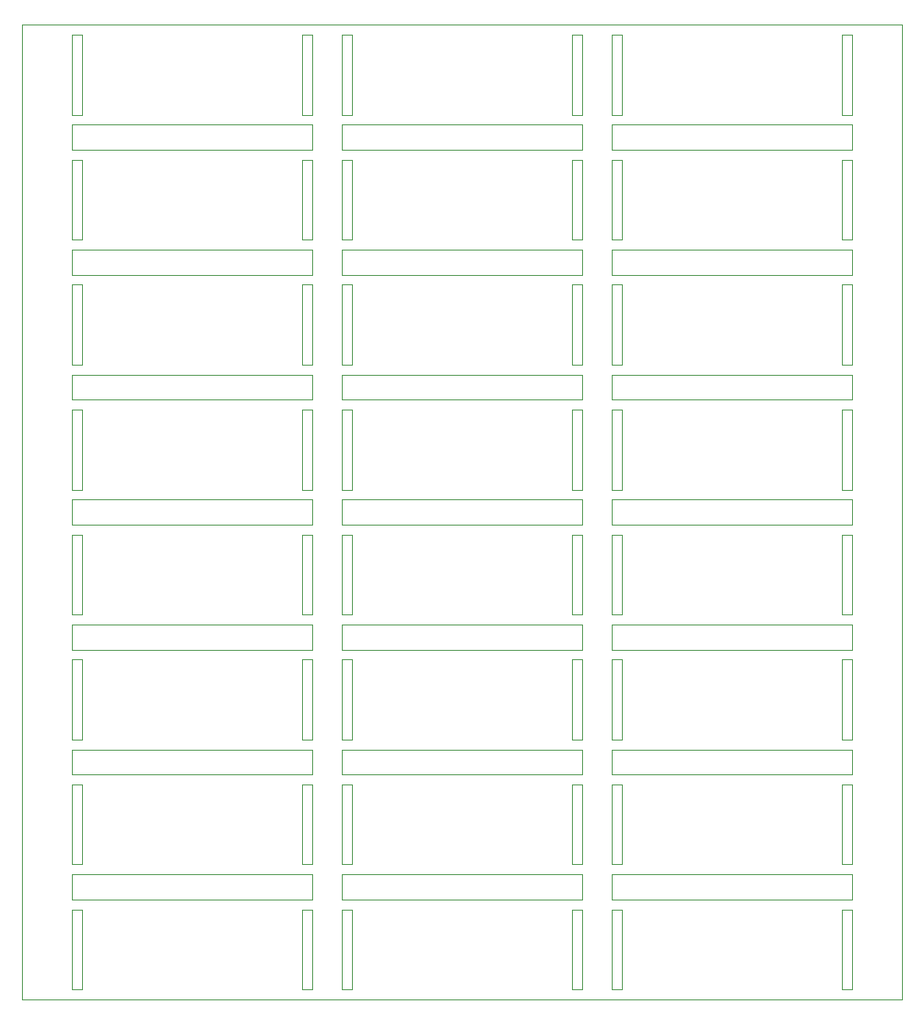
<source format=gm1>
%TF.GenerationSoftware,KiCad,Pcbnew,(5.1.6)-1*%
%TF.CreationDate,2020-09-22T23:51:07+09:00*%
%TF.ProjectId,motordecoder_simple2_rev2_panelize,6d6f746f-7264-4656-936f-6465725f7369,rev?*%
%TF.SameCoordinates,PX459e440PY38444c0*%
%TF.FileFunction,Profile,NP*%
%FSLAX46Y46*%
G04 Gerber Fmt 4.6, Leading zero omitted, Abs format (unit mm)*
G04 Created by KiCad (PCBNEW (5.1.6)-1) date 2020-09-22 23:51:07*
%MOMM*%
%LPD*%
G01*
G04 APERTURE LIST*
%TA.AperFunction,Profile*%
%ADD10C,0.050000*%
%TD*%
G04 APERTURE END LIST*
D10*
X0Y-97500000D02*
X88000000Y-97500000D01*
X88000000Y0D02*
X88000000Y-97500000D01*
X0Y0D02*
X0Y-97500000D01*
X0Y0D02*
X88000000Y0D01*
X59000000Y-85000000D02*
X83000000Y-85000000D01*
X32000000Y-85000000D02*
X56000000Y-85000000D01*
X5000000Y-85000000D02*
X29000000Y-85000000D01*
X59000000Y-72500000D02*
X83000000Y-72500000D01*
X32000000Y-72500000D02*
X56000000Y-72500000D01*
X5000000Y-72500000D02*
X29000000Y-72500000D01*
X59000000Y-60000000D02*
X83000000Y-60000000D01*
X32000000Y-60000000D02*
X56000000Y-60000000D01*
X5000000Y-60000000D02*
X29000000Y-60000000D01*
X59000000Y-47500000D02*
X83000000Y-47500000D01*
X32000000Y-47500000D02*
X56000000Y-47500000D01*
X5000000Y-47500000D02*
X29000000Y-47500000D01*
X59000000Y-35000000D02*
X83000000Y-35000000D01*
X32000000Y-35000000D02*
X56000000Y-35000000D01*
X5000000Y-35000000D02*
X29000000Y-35000000D01*
X59000000Y-22500000D02*
X83000000Y-22500000D01*
X32000000Y-22500000D02*
X56000000Y-22500000D01*
X5000000Y-22500000D02*
X29000000Y-22500000D01*
X59000000Y-10000000D02*
X83000000Y-10000000D01*
X32000000Y-10000000D02*
X56000000Y-10000000D01*
X82000000Y-96500000D02*
X82000000Y-88500000D01*
X55000000Y-96500000D02*
X55000000Y-88500000D01*
X28000000Y-96500000D02*
X28000000Y-88500000D01*
X82000000Y-84000000D02*
X82000000Y-76000000D01*
X55000000Y-84000000D02*
X55000000Y-76000000D01*
X28000000Y-84000000D02*
X28000000Y-76000000D01*
X82000000Y-71500000D02*
X82000000Y-63500000D01*
X55000000Y-71500000D02*
X55000000Y-63500000D01*
X28000000Y-71500000D02*
X28000000Y-63500000D01*
X82000000Y-59000000D02*
X82000000Y-51000000D01*
X55000000Y-59000000D02*
X55000000Y-51000000D01*
X28000000Y-59000000D02*
X28000000Y-51000000D01*
X82000000Y-46500000D02*
X82000000Y-38500000D01*
X55000000Y-46500000D02*
X55000000Y-38500000D01*
X28000000Y-46500000D02*
X28000000Y-38500000D01*
X82000000Y-34000000D02*
X82000000Y-26000000D01*
X55000000Y-34000000D02*
X55000000Y-26000000D01*
X28000000Y-34000000D02*
X28000000Y-26000000D01*
X82000000Y-21500000D02*
X82000000Y-13500000D01*
X55000000Y-21500000D02*
X55000000Y-13500000D01*
X28000000Y-21500000D02*
X28000000Y-13500000D01*
X82000000Y-9000000D02*
X82000000Y-1000000D01*
X55000000Y-9000000D02*
X55000000Y-1000000D01*
X83000000Y-87500000D02*
X59000000Y-87500000D01*
X56000000Y-87500000D02*
X32000000Y-87500000D01*
X29000000Y-87500000D02*
X5000000Y-87500000D01*
X83000000Y-75000000D02*
X59000000Y-75000000D01*
X56000000Y-75000000D02*
X32000000Y-75000000D01*
X29000000Y-75000000D02*
X5000000Y-75000000D01*
X83000000Y-62500000D02*
X59000000Y-62500000D01*
X56000000Y-62500000D02*
X32000000Y-62500000D01*
X29000000Y-62500000D02*
X5000000Y-62500000D01*
X83000000Y-50000000D02*
X59000000Y-50000000D01*
X56000000Y-50000000D02*
X32000000Y-50000000D01*
X29000000Y-50000000D02*
X5000000Y-50000000D01*
X83000000Y-37500000D02*
X59000000Y-37500000D01*
X56000000Y-37500000D02*
X32000000Y-37500000D01*
X29000000Y-37500000D02*
X5000000Y-37500000D01*
X83000000Y-25000000D02*
X59000000Y-25000000D01*
X56000000Y-25000000D02*
X32000000Y-25000000D01*
X29000000Y-25000000D02*
X5000000Y-25000000D01*
X83000000Y-12500000D02*
X59000000Y-12500000D01*
X56000000Y-12500000D02*
X32000000Y-12500000D01*
X29000000Y-12500000D02*
X5000000Y-12500000D01*
X60000000Y-88500000D02*
X60000000Y-96500000D01*
X33000000Y-88500000D02*
X33000000Y-96500000D01*
X6000000Y-88500000D02*
X6000000Y-96500000D01*
X60000000Y-76000000D02*
X60000000Y-84000000D01*
X33000000Y-76000000D02*
X33000000Y-84000000D01*
X6000000Y-76000000D02*
X6000000Y-84000000D01*
X60000000Y-63500000D02*
X60000000Y-71500000D01*
X33000000Y-63500000D02*
X33000000Y-71500000D01*
X6000000Y-63500000D02*
X6000000Y-71500000D01*
X60000000Y-51000000D02*
X60000000Y-59000000D01*
X33000000Y-51000000D02*
X33000000Y-59000000D01*
X6000000Y-51000000D02*
X6000000Y-59000000D01*
X60000000Y-38500000D02*
X60000000Y-46500000D01*
X33000000Y-38500000D02*
X33000000Y-46500000D01*
X6000000Y-38500000D02*
X6000000Y-46500000D01*
X60000000Y-26000000D02*
X60000000Y-34000000D01*
X33000000Y-26000000D02*
X33000000Y-34000000D01*
X6000000Y-26000000D02*
X6000000Y-34000000D01*
X60000000Y-13500000D02*
X60000000Y-21500000D01*
X33000000Y-13500000D02*
X33000000Y-21500000D01*
X6000000Y-13500000D02*
X6000000Y-21500000D01*
X60000000Y-1000000D02*
X60000000Y-9000000D01*
X33000000Y-1000000D02*
X33000000Y-9000000D01*
X59000000Y-96500000D02*
X60000000Y-96500000D01*
X32000000Y-96500000D02*
X33000000Y-96500000D01*
X5000000Y-96500000D02*
X6000000Y-96500000D01*
X59000000Y-84000000D02*
X60000000Y-84000000D01*
X32000000Y-84000000D02*
X33000000Y-84000000D01*
X5000000Y-84000000D02*
X6000000Y-84000000D01*
X59000000Y-71500000D02*
X60000000Y-71500000D01*
X32000000Y-71500000D02*
X33000000Y-71500000D01*
X5000000Y-71500000D02*
X6000000Y-71500000D01*
X59000000Y-59000000D02*
X60000000Y-59000000D01*
X32000000Y-59000000D02*
X33000000Y-59000000D01*
X5000000Y-59000000D02*
X6000000Y-59000000D01*
X59000000Y-46500000D02*
X60000000Y-46500000D01*
X32000000Y-46500000D02*
X33000000Y-46500000D01*
X5000000Y-46500000D02*
X6000000Y-46500000D01*
X59000000Y-34000000D02*
X60000000Y-34000000D01*
X32000000Y-34000000D02*
X33000000Y-34000000D01*
X5000000Y-34000000D02*
X6000000Y-34000000D01*
X59000000Y-21500000D02*
X60000000Y-21500000D01*
X32000000Y-21500000D02*
X33000000Y-21500000D01*
X5000000Y-21500000D02*
X6000000Y-21500000D01*
X59000000Y-9000000D02*
X60000000Y-9000000D01*
X32000000Y-9000000D02*
X33000000Y-9000000D01*
X59000000Y-85000000D02*
X59000000Y-87500000D01*
X32000000Y-85000000D02*
X32000000Y-87500000D01*
X5000000Y-85000000D02*
X5000000Y-87500000D01*
X59000000Y-72500000D02*
X59000000Y-75000000D01*
X32000000Y-72500000D02*
X32000000Y-75000000D01*
X5000000Y-72500000D02*
X5000000Y-75000000D01*
X59000000Y-60000000D02*
X59000000Y-62500000D01*
X32000000Y-60000000D02*
X32000000Y-62500000D01*
X5000000Y-60000000D02*
X5000000Y-62500000D01*
X59000000Y-47500000D02*
X59000000Y-50000000D01*
X32000000Y-47500000D02*
X32000000Y-50000000D01*
X5000000Y-47500000D02*
X5000000Y-50000000D01*
X59000000Y-35000000D02*
X59000000Y-37500000D01*
X32000000Y-35000000D02*
X32000000Y-37500000D01*
X5000000Y-35000000D02*
X5000000Y-37500000D01*
X59000000Y-22500000D02*
X59000000Y-25000000D01*
X32000000Y-22500000D02*
X32000000Y-25000000D01*
X5000000Y-22500000D02*
X5000000Y-25000000D01*
X59000000Y-10000000D02*
X59000000Y-12500000D01*
X32000000Y-10000000D02*
X32000000Y-12500000D01*
X59000000Y-88500000D02*
X59000000Y-96500000D01*
X32000000Y-88500000D02*
X32000000Y-96500000D01*
X5000000Y-88500000D02*
X5000000Y-96500000D01*
X59000000Y-76000000D02*
X59000000Y-84000000D01*
X32000000Y-76000000D02*
X32000000Y-84000000D01*
X5000000Y-76000000D02*
X5000000Y-84000000D01*
X59000000Y-63500000D02*
X59000000Y-71500000D01*
X32000000Y-63500000D02*
X32000000Y-71500000D01*
X5000000Y-63500000D02*
X5000000Y-71500000D01*
X59000000Y-51000000D02*
X59000000Y-59000000D01*
X32000000Y-51000000D02*
X32000000Y-59000000D01*
X5000000Y-51000000D02*
X5000000Y-59000000D01*
X59000000Y-38500000D02*
X59000000Y-46500000D01*
X32000000Y-38500000D02*
X32000000Y-46500000D01*
X5000000Y-38500000D02*
X5000000Y-46500000D01*
X59000000Y-26000000D02*
X59000000Y-34000000D01*
X32000000Y-26000000D02*
X32000000Y-34000000D01*
X5000000Y-26000000D02*
X5000000Y-34000000D01*
X59000000Y-13500000D02*
X59000000Y-21500000D01*
X32000000Y-13500000D02*
X32000000Y-21500000D01*
X5000000Y-13500000D02*
X5000000Y-21500000D01*
X59000000Y-1000000D02*
X59000000Y-9000000D01*
X32000000Y-1000000D02*
X32000000Y-9000000D01*
X83000000Y-88500000D02*
X83000000Y-96500000D01*
X56000000Y-88500000D02*
X56000000Y-96500000D01*
X29000000Y-88500000D02*
X29000000Y-96500000D01*
X83000000Y-76000000D02*
X83000000Y-84000000D01*
X56000000Y-76000000D02*
X56000000Y-84000000D01*
X29000000Y-76000000D02*
X29000000Y-84000000D01*
X83000000Y-63500000D02*
X83000000Y-71500000D01*
X56000000Y-63500000D02*
X56000000Y-71500000D01*
X29000000Y-63500000D02*
X29000000Y-71500000D01*
X83000000Y-51000000D02*
X83000000Y-59000000D01*
X56000000Y-51000000D02*
X56000000Y-59000000D01*
X29000000Y-51000000D02*
X29000000Y-59000000D01*
X83000000Y-38500000D02*
X83000000Y-46500000D01*
X56000000Y-38500000D02*
X56000000Y-46500000D01*
X29000000Y-38500000D02*
X29000000Y-46500000D01*
X83000000Y-26000000D02*
X83000000Y-34000000D01*
X56000000Y-26000000D02*
X56000000Y-34000000D01*
X29000000Y-26000000D02*
X29000000Y-34000000D01*
X83000000Y-13500000D02*
X83000000Y-21500000D01*
X56000000Y-13500000D02*
X56000000Y-21500000D01*
X29000000Y-13500000D02*
X29000000Y-21500000D01*
X83000000Y-1000000D02*
X83000000Y-9000000D01*
X56000000Y-1000000D02*
X56000000Y-9000000D01*
X82000000Y-88500000D02*
X83000000Y-88500000D01*
X55000000Y-88500000D02*
X56000000Y-88500000D01*
X28000000Y-88500000D02*
X29000000Y-88500000D01*
X82000000Y-76000000D02*
X83000000Y-76000000D01*
X55000000Y-76000000D02*
X56000000Y-76000000D01*
X28000000Y-76000000D02*
X29000000Y-76000000D01*
X82000000Y-63500000D02*
X83000000Y-63500000D01*
X55000000Y-63500000D02*
X56000000Y-63500000D01*
X28000000Y-63500000D02*
X29000000Y-63500000D01*
X82000000Y-51000000D02*
X83000000Y-51000000D01*
X55000000Y-51000000D02*
X56000000Y-51000000D01*
X28000000Y-51000000D02*
X29000000Y-51000000D01*
X82000000Y-38500000D02*
X83000000Y-38500000D01*
X55000000Y-38500000D02*
X56000000Y-38500000D01*
X28000000Y-38500000D02*
X29000000Y-38500000D01*
X82000000Y-26000000D02*
X83000000Y-26000000D01*
X55000000Y-26000000D02*
X56000000Y-26000000D01*
X28000000Y-26000000D02*
X29000000Y-26000000D01*
X82000000Y-13500000D02*
X83000000Y-13500000D01*
X55000000Y-13500000D02*
X56000000Y-13500000D01*
X28000000Y-13500000D02*
X29000000Y-13500000D01*
X82000000Y-1000000D02*
X83000000Y-1000000D01*
X55000000Y-1000000D02*
X56000000Y-1000000D01*
X60000000Y-88500000D02*
X59000000Y-88500000D01*
X33000000Y-88500000D02*
X32000000Y-88500000D01*
X6000000Y-88500000D02*
X5000000Y-88500000D01*
X60000000Y-76000000D02*
X59000000Y-76000000D01*
X33000000Y-76000000D02*
X32000000Y-76000000D01*
X6000000Y-76000000D02*
X5000000Y-76000000D01*
X60000000Y-63500000D02*
X59000000Y-63500000D01*
X33000000Y-63500000D02*
X32000000Y-63500000D01*
X6000000Y-63500000D02*
X5000000Y-63500000D01*
X60000000Y-51000000D02*
X59000000Y-51000000D01*
X33000000Y-51000000D02*
X32000000Y-51000000D01*
X6000000Y-51000000D02*
X5000000Y-51000000D01*
X60000000Y-38500000D02*
X59000000Y-38500000D01*
X33000000Y-38500000D02*
X32000000Y-38500000D01*
X6000000Y-38500000D02*
X5000000Y-38500000D01*
X60000000Y-26000000D02*
X59000000Y-26000000D01*
X33000000Y-26000000D02*
X32000000Y-26000000D01*
X6000000Y-26000000D02*
X5000000Y-26000000D01*
X60000000Y-13500000D02*
X59000000Y-13500000D01*
X33000000Y-13500000D02*
X32000000Y-13500000D01*
X6000000Y-13500000D02*
X5000000Y-13500000D01*
X60000000Y-1000000D02*
X59000000Y-1000000D01*
X33000000Y-1000000D02*
X32000000Y-1000000D01*
X83000000Y-96500000D02*
X82000000Y-96500000D01*
X56000000Y-96500000D02*
X55000000Y-96500000D01*
X29000000Y-96500000D02*
X28000000Y-96500000D01*
X83000000Y-84000000D02*
X82000000Y-84000000D01*
X56000000Y-84000000D02*
X55000000Y-84000000D01*
X29000000Y-84000000D02*
X28000000Y-84000000D01*
X83000000Y-71500000D02*
X82000000Y-71500000D01*
X56000000Y-71500000D02*
X55000000Y-71500000D01*
X29000000Y-71500000D02*
X28000000Y-71500000D01*
X83000000Y-59000000D02*
X82000000Y-59000000D01*
X56000000Y-59000000D02*
X55000000Y-59000000D01*
X29000000Y-59000000D02*
X28000000Y-59000000D01*
X83000000Y-46500000D02*
X82000000Y-46500000D01*
X56000000Y-46500000D02*
X55000000Y-46500000D01*
X29000000Y-46500000D02*
X28000000Y-46500000D01*
X83000000Y-34000000D02*
X82000000Y-34000000D01*
X56000000Y-34000000D02*
X55000000Y-34000000D01*
X29000000Y-34000000D02*
X28000000Y-34000000D01*
X83000000Y-21500000D02*
X82000000Y-21500000D01*
X56000000Y-21500000D02*
X55000000Y-21500000D01*
X29000000Y-21500000D02*
X28000000Y-21500000D01*
X83000000Y-9000000D02*
X82000000Y-9000000D01*
X56000000Y-9000000D02*
X55000000Y-9000000D01*
X83000000Y-85000000D02*
X83000000Y-87500000D01*
X56000000Y-85000000D02*
X56000000Y-87500000D01*
X29000000Y-85000000D02*
X29000000Y-87500000D01*
X83000000Y-72500000D02*
X83000000Y-75000000D01*
X56000000Y-72500000D02*
X56000000Y-75000000D01*
X29000000Y-72500000D02*
X29000000Y-75000000D01*
X83000000Y-60000000D02*
X83000000Y-62500000D01*
X56000000Y-60000000D02*
X56000000Y-62500000D01*
X29000000Y-60000000D02*
X29000000Y-62500000D01*
X83000000Y-47500000D02*
X83000000Y-50000000D01*
X56000000Y-47500000D02*
X56000000Y-50000000D01*
X29000000Y-47500000D02*
X29000000Y-50000000D01*
X83000000Y-35000000D02*
X83000000Y-37500000D01*
X56000000Y-35000000D02*
X56000000Y-37500000D01*
X29000000Y-35000000D02*
X29000000Y-37500000D01*
X83000000Y-22500000D02*
X83000000Y-25000000D01*
X56000000Y-22500000D02*
X56000000Y-25000000D01*
X29000000Y-22500000D02*
X29000000Y-25000000D01*
X83000000Y-10000000D02*
X83000000Y-12500000D01*
X56000000Y-10000000D02*
X56000000Y-12500000D01*
X29000000Y-10000000D02*
X29000000Y-12500000D01*
X5000000Y-10000000D02*
X5000000Y-12500000D01*
X5000000Y-9000000D02*
X6000000Y-9000000D01*
X5000000Y-1000000D02*
X5000000Y-9000000D01*
X6000000Y-1000000D02*
X5000000Y-1000000D01*
X29000000Y-9000000D02*
X28000000Y-9000000D01*
X29000000Y-1000000D02*
X29000000Y-9000000D01*
X28000000Y-1000000D02*
X29000000Y-1000000D01*
X28000000Y-9000000D02*
X28000000Y-1000000D01*
X5000000Y-10000000D02*
X29000000Y-10000000D01*
X6000000Y-1000000D02*
X6000000Y-9000000D01*
M02*

</source>
